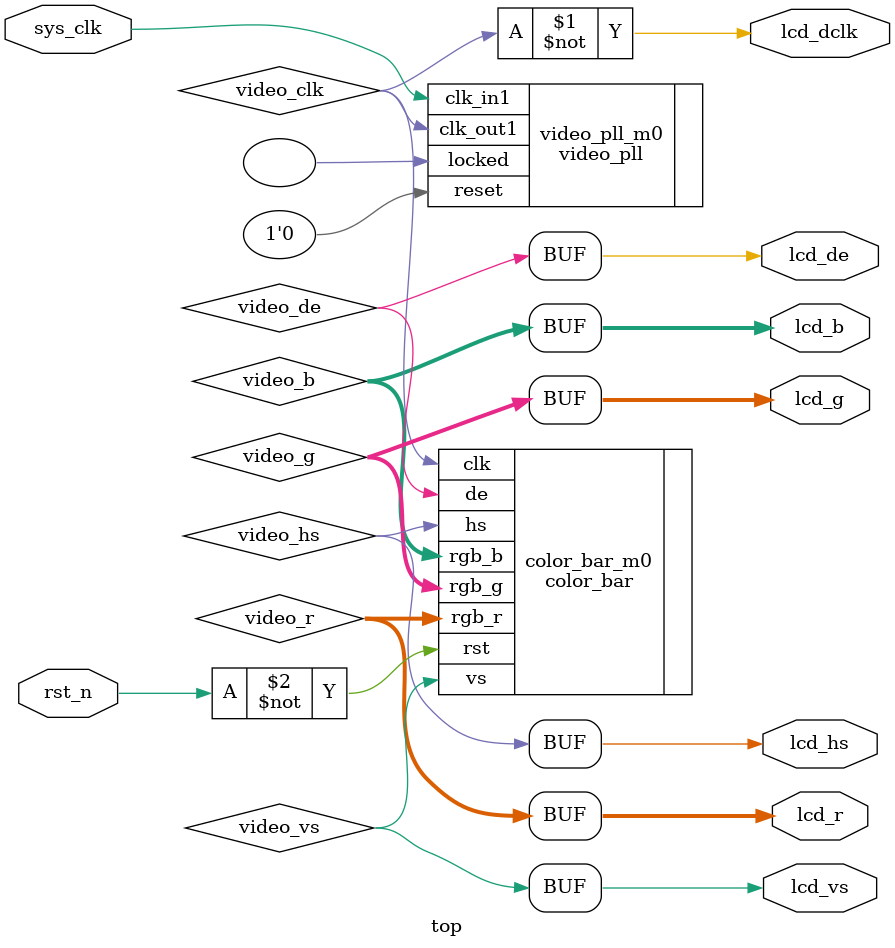
<source format=v>

module top(
    input                       sys_clk,       //system clock 50Mhz on board
    input                       rst_n,        //reset ,low active
	output                      lcd_dclk,   
    output                      lcd_hs,      //lcd horizontal synchronization
    output                      lcd_vs,      //lcd vertical synchronization  
    output                      lcd_de,      //lcd data valid
    output[7:0]                 lcd_r,       //lcd red
    output[7:0]                 lcd_g,       //lcd green
    output[7:0]                 lcd_b        // lcd blue

);

wire                            video_clk;
wire                            video_hs;
wire                            video_vs;
wire                            video_de;
wire[7:0]                       video_r;
wire[7:0]                       video_g;
wire[7:0]                       video_b;

assign lcd_hs = video_hs;
assign lcd_vs = video_vs;
assign lcd_de = video_de;
assign lcd_r  = video_r[7:0];
assign lcd_g  = video_g[7:0];
assign lcd_b  = video_b[7:0];
assign lcd_dclk = ~video_clk;              //to meet the timing requirements, the clock is inverting

video_pll video_pll_m0
 (
	.clk_in1                    (sys_clk                  ),
	.clk_out1                   (video_clk                ),
	.reset                      (1'b0                     ),
	.locked                     (                         )
 );
color_bar color_bar_m0(
	.clk                        (video_clk                ),
	.rst                        (~rst_n                   ),
	.hs                         (video_hs                 ),
	.vs                         (video_vs                 ),
	.de                         (video_de                 ),
	.rgb_r                      (video_r                  ),
	.rgb_g                      (video_g                  ),
	.rgb_b                      (video_b                  )
);
endmodule
</source>
